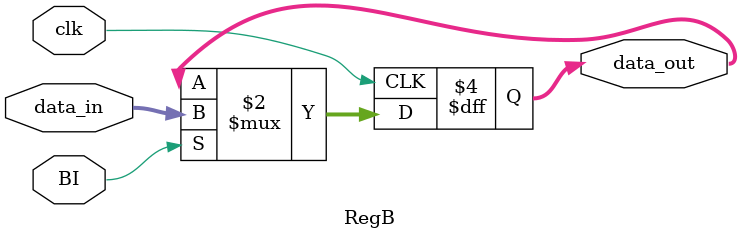
<source format=v>
module RegB (
    input [7:0] data_in,
    input clk,
    input BI,//incarca reg si pune la iesire datele
    output reg [7:0] data_out
);


always @(posedge clk) begin
    if(BI)begin
        data_out<=data_in;
    end
end
    
endmodule
</source>
